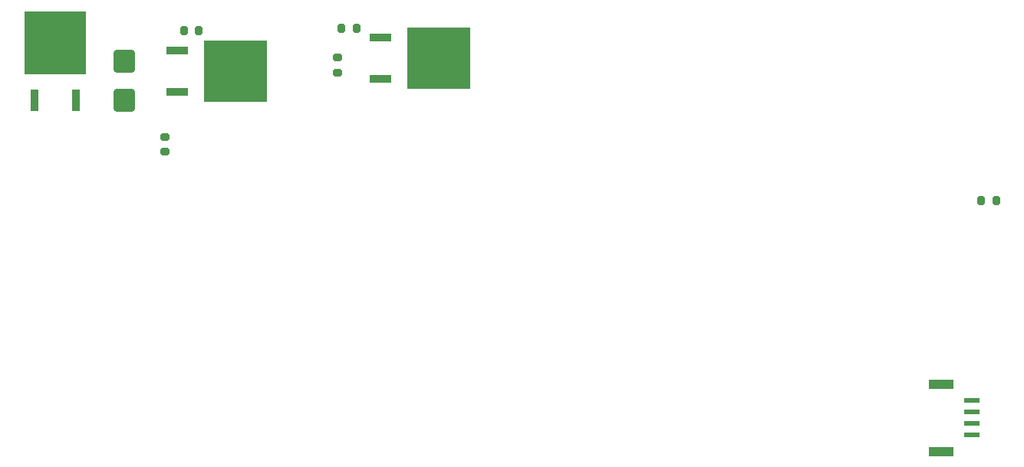
<source format=gtp>
G04 #@! TF.GenerationSoftware,KiCad,Pcbnew,7.0.6*
G04 #@! TF.CreationDate,2023-12-26T10:42:54-08:00*
G04 #@! TF.ProjectId,midplate,6d696470-6c61-4746-952e-6b696361645f,rev?*
G04 #@! TF.SameCoordinates,Original*
G04 #@! TF.FileFunction,Paste,Top*
G04 #@! TF.FilePolarity,Positive*
%FSLAX46Y46*%
G04 Gerber Fmt 4.6, Leading zero omitted, Abs format (unit mm)*
G04 Created by KiCad (PCBNEW 7.0.6) date 2023-12-26 10:42:54*
%MOMM*%
%LPD*%
G01*
G04 APERTURE LIST*
G04 Aperture macros list*
%AMRoundRect*
0 Rectangle with rounded corners*
0 $1 Rounding radius*
0 $2 $3 $4 $5 $6 $7 $8 $9 X,Y pos of 4 corners*
0 Add a 4 corners polygon primitive as box body*
4,1,4,$2,$3,$4,$5,$6,$7,$8,$9,$2,$3,0*
0 Add four circle primitives for the rounded corners*
1,1,$1+$1,$2,$3*
1,1,$1+$1,$4,$5*
1,1,$1+$1,$6,$7*
1,1,$1+$1,$8,$9*
0 Add four rect primitives between the rounded corners*
20,1,$1+$1,$2,$3,$4,$5,0*
20,1,$1+$1,$4,$5,$6,$7,0*
20,1,$1+$1,$6,$7,$8,$9,0*
20,1,$1+$1,$8,$9,$2,$3,0*%
G04 Aperture macros list end*
%ADD10RoundRect,0.200000X0.200000X0.275000X-0.200000X0.275000X-0.200000X-0.275000X0.200000X-0.275000X0*%
%ADD11R,2.489200X0.939800*%
%ADD12R,6.934200X6.781800*%
%ADD13R,1.700000X0.600000*%
%ADD14R,2.800000X1.000000*%
%ADD15RoundRect,0.200000X-0.200000X-0.275000X0.200000X-0.275000X0.200000X0.275000X-0.200000X0.275000X0*%
%ADD16RoundRect,0.250000X0.900000X-1.000000X0.900000X1.000000X-0.900000X1.000000X-0.900000X-1.000000X0*%
%ADD17R,0.939800X2.489200*%
%ADD18R,6.781800X6.934200*%
%ADD19RoundRect,0.200000X-0.275000X0.200000X-0.275000X-0.200000X0.275000X-0.200000X0.275000X0.200000X0*%
%ADD20RoundRect,0.200000X0.275000X-0.200000X0.275000X0.200000X-0.275000X0.200000X-0.275000X-0.200000X0*%
G04 APERTURE END LIST*
D10*
X123380000Y-24130000D03*
X121730000Y-24130000D03*
D11*
X103632000Y-26613749D03*
D12*
X110045500Y-28903750D03*
D11*
X103632000Y-31193751D03*
D13*
X191310000Y-69083400D03*
X191310000Y-67833400D03*
X191310000Y-66583400D03*
X191310000Y-65333400D03*
D14*
X187960000Y-63483400D03*
X187960000Y-70933400D03*
D15*
X192342000Y-43180000D03*
X193992000Y-43180000D03*
D16*
X97790000Y-32122000D03*
X97790000Y-27822000D03*
D17*
X87827749Y-32140000D03*
D18*
X90117750Y-25726500D03*
D17*
X92407751Y-32140000D03*
D11*
X126047500Y-25141999D03*
D12*
X132461000Y-27432000D03*
D11*
X126047500Y-29722001D03*
D19*
X102235000Y-36132000D03*
X102235000Y-37782000D03*
D20*
X121285000Y-29019000D03*
X121285000Y-27369000D03*
D15*
X104331000Y-24384000D03*
X105981000Y-24384000D03*
M02*

</source>
